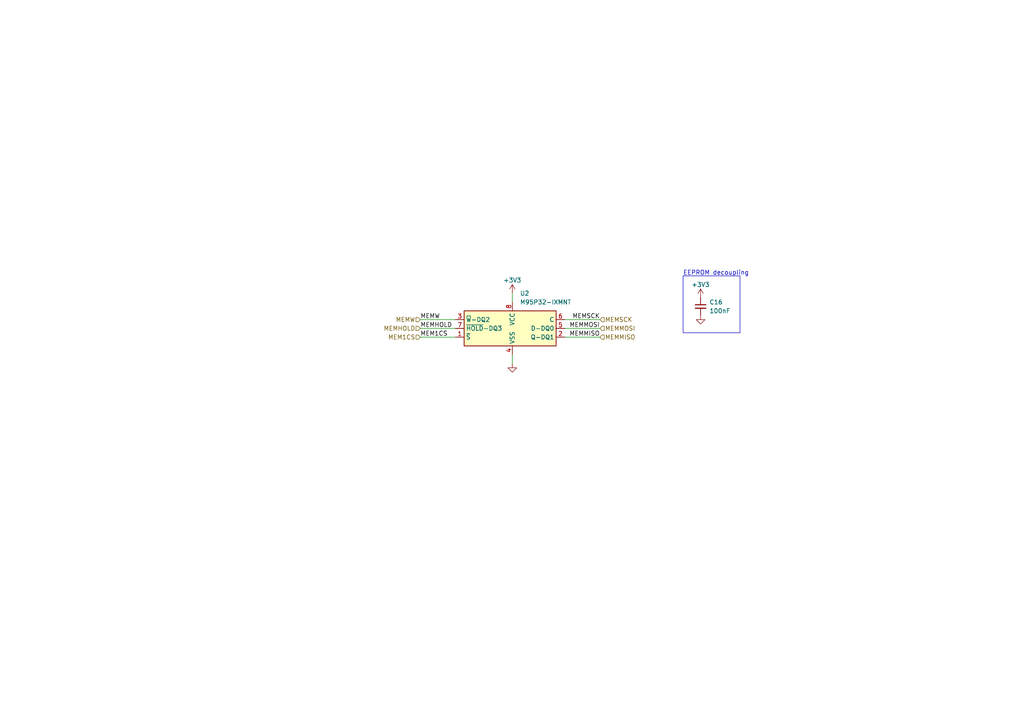
<source format=kicad_sch>
(kicad_sch (version 20230121) (generator eeschema)
  (paper "A4")
  (lib_symbols
    (symbol "Device:C_Small" (pin_numbers hide) (pin_names (offset 0.254) hide)
      (property "Reference" "C" (at 0.254 1.778 0))
      (property "Value" "C_Small" (at 0.254 -2.032 0))
      (symbol "C_Small_0_1"
        (polyline (pts (xy -1.524 -0.508) (xy 1.524 -0.508)) (stroke (width 0.3302)))
        (polyline (pts (xy -1.524 0.508) (xy 1.524 0.508)) (stroke (width 0.3048)))
      )
      (symbol "C_Small_1_1"
        (pin passive line (at 0 2.54 270) (length 2.032) (name "~") (number "1"))
        (pin passive line (at 0 -2.54 90) (length 2.032) (name "~") (number "2"))
      )
    )
    (symbol "Memory_EEPROM_Custom:M95P32-IXMNT"
      (property "Reference" "U" (at -7.62 6.35 0))
      (property "Value" "M95P32-IXMNT" (at 2.54 -6.35 0))
      (symbol "M95P32-IXMNT_1_1"
        (rectangle (start -13.97 5.08) (end 12.7 -5.08) (stroke (width 0.254)) (fill (type background)))
        (pin input line (at -16.51 -2.54 0) (length 2.54) (name "~{S}") (number "1"))
        (pin output line (at 15.24 -2.54 180) (length 2.54) (name "Q-DQ1") (number "2"))
        (pin input line (at -16.51 2.54 0) (length 2.54) (name "~{W}-DQ2") (number "3"))
        (pin power_in line (at 0 -7.62 90) (length 2.54) (name "VSS") (number "4"))
        (pin input line (at 15.24 0 180) (length 2.54) (name "D-DQ0") (number "5"))
        (pin input line (at 15.24 2.54 180) (length 2.54) (name "C") (number "6"))
        (pin input line (at -16.51 0 0) (length 2.54) (name "~{HOLD}-DQ3") (number "7"))
        (pin power_in line (at 0 7.62 270) (length 2.54) (name "VCC") (number "8"))
      )
    )
    (symbol "power:+3V3" (power) (pin_names (offset 0))
      (property "Value" "+3V3" (at 0 3.556 0))
      (symbol "+3V3_0_1"
        (polyline (pts (xy -0.762 1.27) (xy 0 2.54)))
        (polyline (pts (xy 0 0) (xy 0 2.54)))
        (polyline (pts (xy 0 2.54) (xy 0.762 1.27)))
      )
      (symbol "+3V3_1_1"
        (pin power_in line (at 0 0 90) (length 0) hide (name "+3V3") (number "1"))
      )
    )
    (symbol "power:GND" (power) (pin_names (offset 0))
      (property "Value" "GND" (at 0 -3.81 0))
      (symbol "GND_0_1"
        (polyline (pts (xy 0 0) (xy 0 -1.27) (xy 1.27 -1.27) (xy 0 -2.54) (xy -1.27 -1.27) (xy 0 -1.27)))
      )
      (symbol "GND_1_1"
        (pin power_in line (at 0 0 270) (length 0) hide (name "GND") (number "1"))
      )
    )
  )
  (wire (pts (xy 121.92 97.79) (xy 132.08 97.79)))
  (wire (pts (xy 148.59 85.09) (xy 148.59 87.63)))
  (wire (pts (xy 163.83 92.71) (xy 173.99 92.71)))
  (wire (pts (xy 121.92 95.25) (xy 132.08 95.25)))
  (wire (pts (xy 163.83 97.79) (xy 173.99 97.79)))
  (wire (pts (xy 148.59 102.87) (xy 148.59 105.41)))
  (wire (pts (xy 163.83 95.25) (xy 173.99 95.25)))
  (wire (pts (xy 121.92 92.71) (xy 132.08 92.71)))
  (rectangle (start 198.12 80.01) (end 214.63 96.52))
  (text "EEPROM decoupling" (at 198.12 80.01 0) (effects (font (size 1.27 1.27)) (justify left bottom)))
  (label "MEMW" (at 121.92 92.71 0))
  (label "MEMHOLD" (at 121.92 95.25 0))
  (label "MEM1CS" (at 121.92 97.79 0))
  (label "MEMMISO" (at 173.99 97.79 180))
  (label "MEMMOSI" (at 173.99 95.25 180))
  (label "MEMSCK" (at 173.99 92.71 180))
  (hierarchical_label "MEMHOLD" (shape input) (at 121.92 95.25 180))
  (hierarchical_label "MEMW" (shape input) (at 121.92 92.71 180))
  (hierarchical_label "MEMMISO" (shape input) (at 173.99 97.79 0))
  (hierarchical_label "MEMSCK" (shape input) (at 173.99 92.71 0))
  (hierarchical_label "MEMMOSI" (shape input) (at 173.99 95.25 0))
  (hierarchical_label "MEM1CS" (shape input) (at 121.92 97.79 180))
  (symbol (lib_id "Memory_EEPROM_Custom:M95P32-IXMNT") (at 148.59 95.25 0) (unit 1)
    (property "Reference" "U2" (at 150.7841 85.09 0) (effects (justify left)))
    (property "Value" "M95P32-IXMNT" (at 150.7841 87.63 0) (effects (justify left)))
    (property "Footprint" "Package_SO:SO-8_3.9x4.9mm_P1.27mm" (effects hide))
    (property "Datasheet" "https://www.st.com/resource/en/datasheet/m95p32-i.pdf" (effects hide))
  )
  (symbol (lib_id "Device:C_Small") (at 203.2 88.9 0) (unit 1)
    (property "Reference" "C16" (at 205.74 87.6363 0) (effects (justify left)))
    (property "Value" "100nF" (at 205.74 90.1763 0) (effects (justify left)))
  )
  (symbol (lib_id "power:+3V3") (at 203.2 86.36 0) (unit 1)
    (property "Reference" "#PWR038" (effects hide))
    (property "Value" "+3V3" (at 203.2 82.55 0))
  )
  (symbol (lib_id "power:GND") (at 148.59 105.41 0) (unit 1)
    (property "Reference" "#PWR032" (effects hide))
    (property "Value" "GND" (effects hide))
  )
  (symbol (lib_id "power:GND") (at 203.2 91.44 0) (unit 1)
    (property "Reference" "#PWR040" (effects hide))
    (property "Value" "GND" (effects hide))
  )
  (symbol (lib_id "power:+3V3") (at 148.59 85.09 0) (unit 1)
    (property "Reference" "#PWR031" (effects hide))
    (property "Value" "+3V3" (at 148.59 81.28 0))
  )
)
</source>
